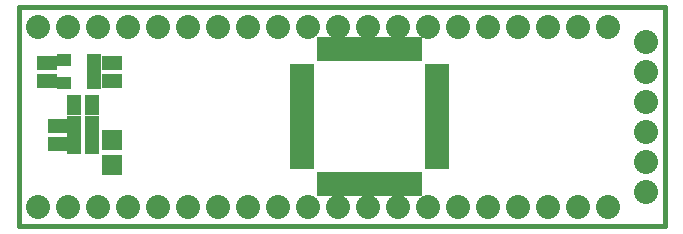
<source format=gts>
G04 (created by PCBNEW-RS274X (2010-03-14)-final) date jue 03 nov 2011 19:09:22 ART*
G01*
G70*
G90*
%MOIN*%
G04 Gerber Fmt 3.4, Leading zero omitted, Abs format*
%FSLAX34Y34*%
G04 APERTURE LIST*
%ADD10C,0.000100*%
%ADD11C,0.015000*%
%ADD12R,0.036000X0.080000*%
%ADD13R,0.080000X0.036000*%
%ADD14R,0.050000X0.040000*%
%ADD15R,0.065000X0.045000*%
%ADD16R,0.045000X0.065000*%
%ADD17R,0.067200X0.067200*%
%ADD18O,0.080000X0.080000*%
G04 APERTURE END LIST*
G54D10*
G54D11*
X76900Y-45850D02*
X76900Y-53150D01*
X76900Y-53150D02*
X55350Y-53150D01*
X55350Y-53150D02*
X55350Y-45850D01*
X55350Y-45850D02*
X76900Y-45850D01*
G54D12*
X67050Y-51750D03*
X67365Y-51750D03*
X67680Y-51750D03*
X67995Y-51750D03*
X68310Y-51750D03*
X68625Y-51750D03*
X66735Y-51750D03*
X66420Y-51750D03*
X66105Y-51750D03*
X65790Y-51750D03*
X65475Y-51750D03*
X67050Y-47250D03*
X67365Y-47250D03*
X67680Y-47250D03*
X67995Y-47250D03*
X68310Y-47250D03*
X68625Y-47250D03*
X66735Y-47250D03*
X66420Y-47250D03*
X66105Y-47250D03*
X65790Y-47250D03*
X65475Y-47250D03*
G54D13*
X69300Y-49500D03*
X64800Y-49500D03*
X69300Y-49185D03*
X64800Y-49185D03*
X64800Y-48870D03*
X69300Y-48870D03*
X69300Y-48555D03*
X64800Y-48555D03*
X64800Y-48240D03*
X69300Y-48240D03*
X69300Y-47925D03*
X64800Y-47925D03*
X64800Y-49815D03*
X69300Y-49815D03*
X69300Y-50130D03*
X64800Y-50130D03*
X64800Y-50445D03*
X69300Y-50445D03*
X69300Y-50760D03*
X64800Y-50760D03*
X64800Y-51075D03*
X69300Y-51075D03*
G54D14*
X57850Y-48375D03*
X57850Y-47625D03*
X56850Y-48375D03*
X57850Y-48000D03*
X56850Y-47625D03*
G54D15*
X58450Y-48300D03*
X58450Y-47700D03*
X56300Y-48300D03*
X56300Y-47700D03*
G54D16*
X57200Y-49100D03*
X57800Y-49100D03*
X57200Y-50400D03*
X57800Y-50400D03*
X57800Y-49800D03*
X57200Y-49800D03*
G54D15*
X56650Y-50400D03*
X56650Y-49800D03*
G54D17*
X58450Y-51113D03*
X58450Y-50287D03*
G54D18*
X56000Y-52500D03*
X57000Y-52500D03*
X58000Y-52500D03*
X59000Y-52500D03*
X60000Y-52500D03*
X61000Y-52500D03*
X62000Y-52500D03*
X63000Y-52500D03*
X64000Y-52500D03*
X65000Y-52500D03*
X66000Y-52500D03*
X67000Y-52500D03*
X68000Y-52500D03*
X69000Y-52500D03*
X70000Y-52500D03*
X71000Y-52500D03*
X72000Y-52500D03*
X73000Y-52500D03*
X74000Y-52500D03*
X75000Y-52500D03*
X56000Y-46500D03*
X57000Y-46500D03*
X58000Y-46500D03*
X59000Y-46500D03*
X60000Y-46500D03*
X61000Y-46500D03*
X62000Y-46500D03*
X63000Y-46500D03*
X64000Y-46500D03*
X65000Y-46500D03*
X66000Y-46500D03*
X67000Y-46500D03*
X68000Y-46500D03*
X69000Y-46500D03*
X70000Y-46500D03*
X71000Y-46500D03*
X72000Y-46500D03*
X73000Y-46500D03*
X74000Y-46500D03*
X75000Y-46500D03*
X76250Y-47000D03*
X76250Y-48000D03*
X76250Y-49000D03*
X76250Y-50000D03*
X76250Y-51000D03*
X76250Y-52000D03*
M02*

</source>
